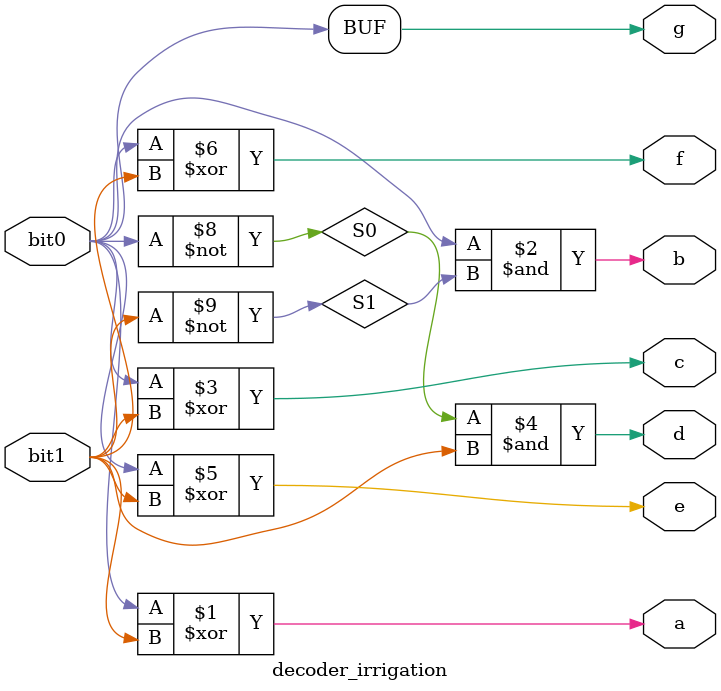
<source format=v>
module decoder_irrigation(
input bit0,
input bit1,
output a,
output b,
output c,
output d,
output e,
output f,
output g
);
	
	wire S0, S1;
	
	//==Legenda== combinação dos bits -> significado (o que vai aparecer no mostrador)
	
	//00 -> Don't care. (não vai mostrar nada.)
	//01 -> SPRINKLER (A)
	//10 -> DRIP (G)
	//11 -> Sem Autorização (-)
	
	not Inv0(S0, bit0);
	not inv1(S1, bit1);
	
	
	xor XorA(a, bit0, bit1);
	and AndB(b, bit0, S1);
	xor XorC(c, bit0, bit1);
	and AndD(d, S0, bit1);
	xor XorE(e, bit0, bit1);
	xor Xorf(f, bit0, bit1);
	and Andg(g, bit0, bit0);	
	
	
endmodule 

</source>
